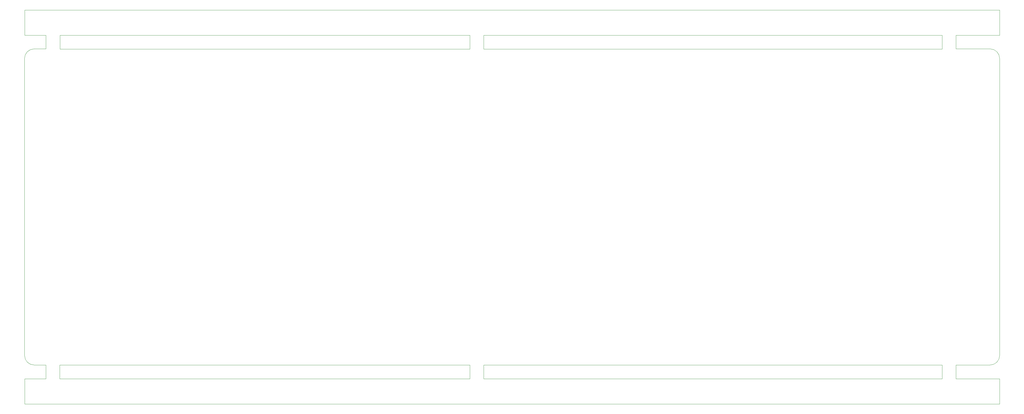
<source format=gm1>
G04 #@! TF.GenerationSoftware,KiCad,Pcbnew,(5.1.10-1-10_14)*
G04 #@! TF.CreationDate,2021-12-29T22:31:36+09:00*
G04 #@! TF.ProjectId,9674GL,39363734-474c-42e6-9b69-6361645f7063,rev?*
G04 #@! TF.SameCoordinates,Original*
G04 #@! TF.FileFunction,Profile,NP*
%FSLAX46Y46*%
G04 Gerber Fmt 4.6, Leading zero omitted, Abs format (unit mm)*
G04 Created by KiCad (PCBNEW (5.1.10-1-10_14)) date 2021-12-29 22:31:36*
%MOMM*%
%LPD*%
G01*
G04 APERTURE LIST*
G04 #@! TA.AperFunction,Profile*
%ADD10C,0.100000*%
G04 #@! TD*
G04 APERTURE END LIST*
D10*
X320625000Y-116050000D02*
X309981600Y-116049200D01*
X162534600Y-120345200D02*
X162534600Y-116027200D01*
X30264100Y-120345200D02*
X158216600Y-120345200D01*
X309981600Y-120345200D02*
X309981600Y-116049200D01*
X25882600Y-120345200D02*
X25882600Y-116052600D01*
X25882600Y-120345200D02*
X19278600Y-120345200D01*
X30264100Y-120345200D02*
X30264100Y-116027200D01*
X19278600Y-120345200D02*
X19278600Y-128219200D01*
X19278600Y-128219200D02*
X323570600Y-128219200D01*
X323570600Y-128219200D02*
X323570600Y-120345200D01*
X305663600Y-120345200D02*
X162534600Y-120345200D01*
X25882600Y-116052600D02*
X22275000Y-116050000D01*
X305663600Y-116027200D02*
X162534600Y-116027200D01*
X305663600Y-116027200D02*
X305663600Y-120345200D01*
X323570600Y-120345200D02*
X309981600Y-120345200D01*
X158216600Y-120345200D02*
X158216600Y-116027200D01*
X158216600Y-116027200D02*
X30264100Y-116027200D01*
X158242000Y-17272000D02*
X30289500Y-17272000D01*
X320625000Y-17250000D02*
X310007000Y-17250000D01*
X158242000Y-12954000D02*
X158242000Y-17272000D01*
X30289500Y-12954000D02*
X158242000Y-12954000D01*
X305689000Y-17272000D02*
X305689000Y-12954000D01*
X310007000Y-12954000D02*
X310007000Y-17250000D01*
X323596000Y-12954000D02*
X310007000Y-12954000D01*
X162560000Y-12954000D02*
X162560000Y-17272000D01*
X25908000Y-17246600D02*
X22275000Y-17250000D01*
X305689000Y-12954000D02*
X162560000Y-12954000D01*
X323596000Y-5080000D02*
X323596000Y-12954000D01*
X19304000Y-5080000D02*
X323596000Y-5080000D01*
X19304000Y-12954000D02*
X19304000Y-5080000D01*
X30289500Y-12954000D02*
X30289500Y-17272000D01*
X25908000Y-12954000D02*
X19304000Y-12954000D01*
X25908000Y-12954000D02*
X25908000Y-17246600D01*
X320625000Y-17250000D02*
G75*
G02*
X323625000Y-20250000I0J-3000000D01*
G01*
X323625000Y-113050000D02*
G75*
G02*
X320625000Y-116050000I-3000000J0D01*
G01*
X19275000Y-20250000D02*
G75*
G02*
X22275000Y-17250000I3000000J0D01*
G01*
X22275000Y-116050000D02*
G75*
G02*
X19275000Y-113050000I0J3000000D01*
G01*
X323625000Y-113050000D02*
X323625000Y-20250000D01*
X19275000Y-20250000D02*
X19275000Y-113050000D01*
X305689000Y-17272000D02*
X162560000Y-17272000D01*
M02*

</source>
